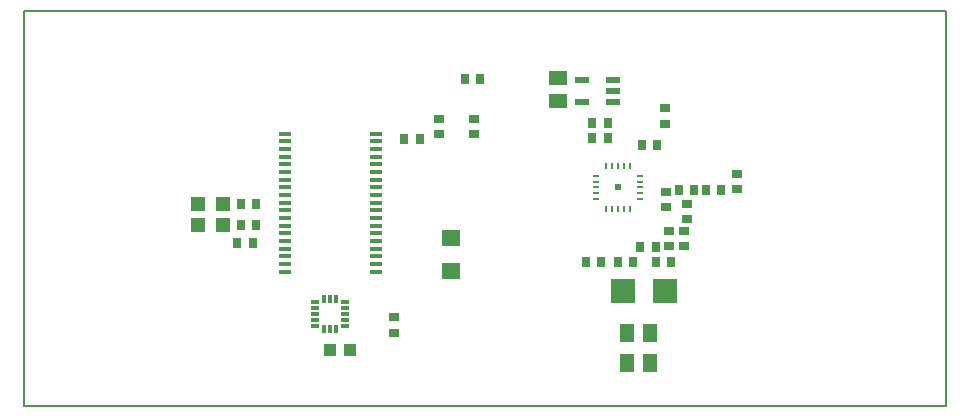
<source format=gtp>
G75*
G70*
%OFA0B0*%
%FSLAX24Y24*%
%IPPOS*%
%LPD*%
%AMOC8*
5,1,8,0,0,1.08239X$1,22.5*
%
%ADD10C,0.0080*%
%ADD11R,0.0276X0.0354*%
%ADD12R,0.0354X0.0276*%
%ADD13R,0.0472X0.0217*%
%ADD14R,0.0630X0.0551*%
%ADD15R,0.0197X0.0197*%
%ADD16R,0.0190X0.0080*%
%ADD17R,0.0080X0.0190*%
%ADD18R,0.0472X0.0472*%
%ADD19R,0.0394X0.0138*%
%ADD20R,0.0118X0.0315*%
%ADD21R,0.0315X0.0118*%
%ADD22R,0.0433X0.0394*%
%ADD23R,0.0512X0.0591*%
%ADD24R,0.0787X0.0787*%
%ADD25R,0.0591X0.0512*%
D10*
X000150Y000181D02*
X000150Y013337D01*
X030885Y013337D01*
X030885Y000181D01*
X000150Y000181D01*
D11*
X007255Y005606D03*
X007767Y005606D03*
X007881Y006206D03*
X007369Y006206D03*
X007369Y006925D03*
X007881Y006925D03*
X012816Y009091D03*
X013328Y009091D03*
X014841Y011087D03*
X015353Y011087D03*
X019082Y009613D03*
X019593Y009613D03*
X019593Y009113D03*
X019082Y009113D03*
X020744Y008863D03*
X021256Y008863D03*
X021975Y007362D03*
X022487Y007362D03*
X022875Y007363D03*
X023386Y007363D03*
X021200Y005463D03*
X020688Y005463D03*
X020456Y004963D03*
X019944Y004963D03*
X019381Y004988D03*
X018869Y004988D03*
X021207Y004963D03*
X021718Y004963D03*
D12*
X021638Y005507D03*
X022137Y005507D03*
X022137Y006018D03*
X021638Y006018D03*
X022228Y006407D03*
X022228Y006918D03*
X021531Y006810D03*
X021531Y007322D03*
X023922Y007413D03*
X023922Y007925D03*
X021506Y009585D03*
X021506Y010097D03*
X015156Y009743D03*
X013969Y009743D03*
X013969Y009232D03*
X015156Y009232D03*
X012475Y003134D03*
X012475Y002622D03*
D13*
X018744Y010307D03*
X019768Y010307D03*
X019768Y010681D03*
X019768Y011055D03*
X018744Y011055D03*
D14*
X014357Y005777D03*
X014357Y004674D03*
D15*
X019938Y007463D03*
D16*
X020668Y007463D03*
X020668Y007268D03*
X020668Y007068D03*
X020668Y007658D03*
X020668Y007858D03*
X019208Y007858D03*
X019208Y007658D03*
X019208Y007463D03*
X019208Y007268D03*
X019208Y007068D03*
D17*
X019543Y006733D03*
X019743Y006733D03*
X019938Y006733D03*
X020133Y006733D03*
X020333Y006733D03*
X020333Y008193D03*
X020133Y008193D03*
X019938Y008193D03*
X019743Y008193D03*
X019543Y008193D03*
D18*
X006757Y006925D03*
X005930Y006925D03*
X005930Y006206D03*
X006757Y006206D03*
D19*
X008828Y006189D03*
X008828Y006444D03*
X008828Y006700D03*
X008828Y006956D03*
X008828Y007212D03*
X008828Y007468D03*
X008828Y007724D03*
X008828Y007980D03*
X008828Y008236D03*
X008828Y008492D03*
X008828Y008748D03*
X008828Y009003D03*
X008828Y009259D03*
X011859Y009259D03*
X011859Y009003D03*
X011859Y008748D03*
X011859Y008492D03*
X011859Y008236D03*
X011859Y007980D03*
X011859Y007724D03*
X011859Y007468D03*
X011859Y007212D03*
X011859Y006956D03*
X011859Y006700D03*
X011859Y006444D03*
X011859Y006189D03*
X011859Y005933D03*
X011859Y005677D03*
X011859Y005421D03*
X011859Y005165D03*
X011859Y004909D03*
X011859Y004653D03*
X008828Y004653D03*
X008828Y004909D03*
X008828Y005165D03*
X008828Y005421D03*
X008828Y005677D03*
X008828Y005933D03*
D20*
X010147Y003739D03*
X010344Y003739D03*
X010541Y003739D03*
X010541Y002736D03*
X010344Y002736D03*
X010147Y002736D03*
D21*
X009842Y002844D03*
X009842Y003041D03*
X009842Y003238D03*
X009842Y003434D03*
X009842Y003631D03*
X010846Y003631D03*
X010846Y003434D03*
X010846Y003238D03*
X010846Y003041D03*
X010846Y002844D03*
D22*
X011000Y002050D03*
X010331Y002050D03*
D23*
X020251Y001625D03*
X020999Y001625D03*
X020999Y002594D03*
X020251Y002594D03*
D24*
X020119Y004019D03*
X021497Y004019D03*
D25*
X017949Y010358D03*
X017949Y011106D03*
M02*

</source>
